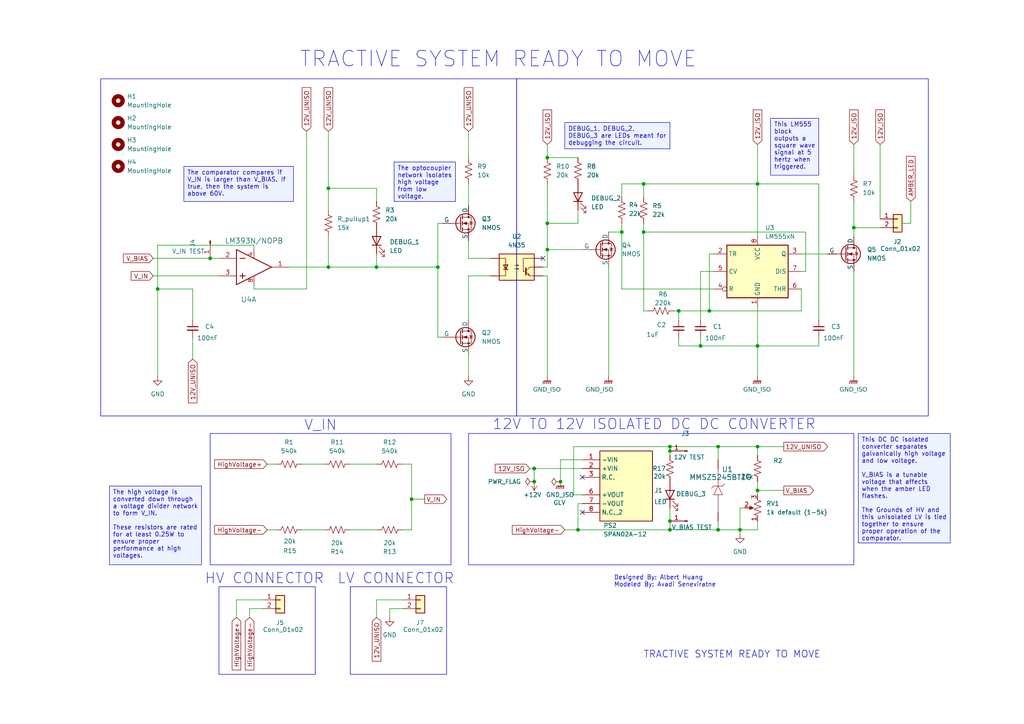
<source format=kicad_sch>
(kicad_sch (version 20250114) (generator "eeschema") (generator_version "9.0")
  (paper "A4")
  (lib_symbols
    (symbol "2025-02-03_19-55-47:LM393N_NOPB" (pin_names (offset 0.254) (hide yes))
      (property "Reference" "U4" (at 3.556 -14.478 0))
      (property "Value" "LM393N/NOPB" (at 5.08 2.54 0))
      (symbol "LM393N_NOPB_1_1"
        (polyline (pts (xy 0 0) (xy 0 -10.16)) (stroke (width 0.254)))
        (polyline (pts (xy 0 0) (xy 10.16 -5.08)) (stroke (width 0.254)))
        (polyline (pts (xy 0 -10.16) (xy 10.16 -5.08)) (stroke (width 0.254)))
        (polyline (pts (xy 1.016 -2.54) (xy 2.54 -2.54)) (stroke (width 0.254)))
        (polyline (pts (xy 1.016 -7.62) (xy 2.54 -7.62)) (stroke (width 0.254)))
        (polyline (pts (xy 1.778 -6.858) (xy 1.778 -8.382)) (stroke (width 0.254)))
        (pin input line (at -5.08 -2.54 0) (length 5.08) (name "IN-") (number "2"))
        (pin input line (at -5.08 -7.62 0) (length 5.08) (name "IN+") (number "3"))
        (pin input line (at 5.08 0 270) (length 2.54) (name "GND") (number "4"))
        (pin input line (at 5.08 -10.16 90) (length 2.54) (name "V+") (number "8"))
        (pin output line (at 15.24 -5.08 180) (length 5.08) (name "OUT") (number "1"))
      )
      (symbol "LM393N_NOPB_1_2"
        (polyline (pts (xy 0 0) (xy 0 -10.16)) (stroke (width 0.254)))
        (polyline (pts (xy 0 0) (xy 10.16 -5.08)) (stroke (width 0.254)))
        (polyline (pts (xy 0 -10.16) (xy 10.16 -5.08)) (stroke (width 0.254)))
        (polyline (pts (xy 1.016 -2.54) (xy 2.54 -2.54)) (stroke (width 0.254)))
        (polyline (pts (xy 1.016 -7.62) (xy 2.54 -7.62)) (stroke (width 0.254)))
        (polyline (pts (xy 1.778 -6.858) (xy 1.778 -8.382)) (stroke (width 0.254)))
        (pin input line (at -5.08 -2.54 0) (length 5.08) (name "IN-") (number "2"))
        (pin input line (at -5.08 -7.62 0) (length 5.08) (name "IN+") (number "3"))
        (pin output line (at 15.24 -5.08 180) (length 5.08) (name "OUT") (number "1"))
      )
      (symbol "LM393N_NOPB_2_1"
        (polyline (pts (xy 0 0) (xy 0 -10.16)) (stroke (width 0.254)))
        (polyline (pts (xy 0 0) (xy 10.16 -5.08)) (stroke (width 0.254)))
        (polyline (pts (xy 0 -10.16) (xy 10.16 -5.08)) (stroke (width 0.254)))
        (polyline (pts (xy 1.016 -2.54) (xy 2.54 -2.54)) (stroke (width 0.254)))
        (polyline (pts (xy 1.016 -7.62) (xy 2.54 -7.62)) (stroke (width 0.254)))
        (polyline (pts (xy 1.778 -6.858) (xy 1.778 -8.382)) (stroke (width 0.254)))
        (polyline (pts (xy 5.08 0) (xy 5.08 -2.54)) (stroke (width 0.254)))
        (polyline (pts (xy 5.08 -7.62) (xy 5.08 -10.16)) (stroke (width 0.254)))
        (pin input line (at -5.08 -2.54 0) (length 5.08) (name "IN-") (number "6"))
        (pin input line (at -5.08 -7.62 0) (length 5.08) (name "IN+") (number "5"))
        (pin output line (at 15.24 -5.08 180) (length 5.08) (name "OUT") (number "7"))
      )
      (symbol "LM393N_NOPB_2_2"
        (polyline (pts (xy 0 0) (xy 0 -10.16)) (stroke (width 0.254)))
        (polyline (pts (xy 0 0) (xy 10.16 -5.08)) (stroke (width 0.254)))
        (polyline (pts (xy 0 -10.16) (xy 10.16 -5.08)) (stroke (width 0.254)))
        (polyline (pts (xy 1.016 -2.54) (xy 2.54 -2.54)) (stroke (width 0.254)))
        (polyline (pts (xy 1.016 -7.62) (xy 2.54 -7.62)) (stroke (width 0.254)))
        (polyline (pts (xy 1.778 -6.858) (xy 1.778 -8.382)) (stroke (width 0.254)))
        (pin input line (at -5.08 -2.54 0) (length 5.08) (name "IN-") (number "6"))
        (pin input line (at -5.08 -7.62 0) (length 5.08) (name "IN+") (number "5"))
        (pin output line (at 15.24 -5.08 180) (length 5.08) (name "OUT") (number "7"))
      )
    )
    (symbol "2025-02-06_09-51-02:MMSZ5245BT1G" (pin_numbers (hide yes)) (pin_names (offset 0.254) (hide yes))
      (property "Reference" "U" (at 8.89 5.08 0))
      (property "Value" "MMSZ5245BT1G" (at 0 0 0))
      (symbol "MMSZ5245BT1G_0_1"
        (polyline (pts (xy 2.54 0) (xy 7.62 0)) (stroke (width 0.127)))
        (polyline (pts (xy 7.62 1.27) (xy 6.985 1.905)) (stroke (width 0.127)))
        (polyline (pts (xy 7.62 -1.27) (xy 7.62 1.27)) (stroke (width 0.127)))
        (polyline (pts (xy 7.62 -1.27) (xy 8.255 -1.905)) (stroke (width 0.127)))
        (polyline (pts (xy 10.16 1.27) (xy 7.62 0)) (stroke (width 0.127)))
        (polyline (pts (xy 10.16 -1.27) (xy 7.62 0)) (stroke (width 0.127)))
        (polyline (pts (xy 10.16 -1.27) (xy 10.16 1.27)) (stroke (width 0.127)))
        (polyline (pts (xy 15.24 0) (xy 10.16 0)) (stroke (width 0.127)))
        (pin unspecified line (at 0 0 0) (length 2.54) (name "CATHODE") (number "1"))
        (pin unspecified line (at 17.78 0 180) (length 2.54) (name "ANODE") (number "2"))
      )
    )
    (symbol "Connector:Conn_01x01_Pin" (pin_names (offset 1.016) (hide yes))
      (property "Reference" "J" (at 0 2.54 0))
      (property "Value" "Conn_01x01_Pin" (at 0 -2.54 0))
      (symbol "Conn_01x01_Pin_1_1"
        (rectangle (start 0.8636 0.127) (end 0 -0.127) (stroke (width 0.1524)) (fill (type outline)))
        (polyline (pts (xy 1.27 0) (xy 0.8636 0)) (stroke (width 0.1524)))
        (pin passive line (at 5.08 0 180) (length 3.81) (name "Pin_1") (number "1"))
      )
    )
    (symbol "Connector_Generic:Conn_01x02" (pin_names (offset 1.016) (hide yes))
      (property "Reference" "J" (at 0 2.54 0))
      (property "Value" "Conn_01x02" (at 0 -5.08 0))
      (symbol "Conn_01x02_1_1"
        (rectangle (start -1.27 1.27) (end 1.27 -3.81) (stroke (width 0.254)) (fill (type background)))
        (rectangle (start -1.27 0.127) (end 0 -0.127) (stroke (width 0.1524)))
        (rectangle (start -1.27 -2.413) (end 0 -2.667) (stroke (width 0.1524)))
        (pin passive line (at -5.08 0 0) (length 3.81) (name "Pin_1") (number "1"))
        (pin passive line (at -5.08 -2.54 0) (length 3.81) (name "Pin_2") (number "2"))
      )
    )
    (symbol "Device:C_Small" (pin_numbers (hide yes)) (pin_names (offset 0.254) (hide yes))
      (property "Reference" "C" (at 0.254 1.778 0))
      (property "Value" "C_Small" (at 0.254 -2.032 0))
      (symbol "C_Small_0_1"
        (polyline (pts (xy -1.524 0.508) (xy 1.524 0.508)) (stroke (width 0.3048)))
        (polyline (pts (xy -1.524 -0.508) (xy 1.524 -0.508)) (stroke (width 0.3302)))
      )
      (symbol "C_Small_1_1"
        (pin passive line (at 0 2.54 270) (length 2.032) (name "~") (number "1"))
        (pin passive line (at 0 -2.54 90) (length 2.032) (name "~") (number "2"))
      )
    )
    (symbol "Device:LED" (pin_numbers (hide yes)) (pin_names (offset 1.016) (hide yes))
      (property "Reference" "D" (at 0 2.54 0))
      (property "Value" "LED" (at 0 -2.54 0))
      (symbol "LED_0_1"
        (polyline (pts (xy -3.048 -0.762) (xy -4.572 -2.286) (xy -3.81 -2.286) (xy -4.572 -2.286) (xy -4.572 -1.524)))
        (polyline (pts (xy -1.778 -0.762) (xy -3.302 -2.286) (xy -2.54 -2.286) (xy -3.302 -2.286) (xy -3.302 -1.524)))
        (polyline (pts (xy -1.27 0) (xy 1.27 0)))
        (polyline (pts (xy -1.27 -1.27) (xy -1.27 1.27)) (stroke (width 0.254)))
        (polyline (pts (xy 1.27 -1.27) (xy 1.27 1.27) (xy -1.27 0) (xy 1.27 -1.27)) (stroke (width 0.254)))
      )
      (symbol "LED_1_1"
        (pin passive line (at -3.81 0 0) (length 2.54) (name "K") (number "1"))
        (pin passive line (at 3.81 0 180) (length 2.54) (name "A") (number "2"))
      )
    )
    (symbol "Device:R_Potentiometer_US" (pin_names (offset 1.016) (hide yes))
      (property "Reference" "RV" (at -4.445 0 90))
      (property "Value" "R_Potentiometer_US" (at -2.54 0 90))
      (symbol "R_Potentiometer_US_0_1"
        (polyline (pts (xy 0 2.54) (xy 0 2.286)))
        (polyline (pts (xy 0 2.286) (xy 1.016 1.905) (xy 0 1.524) (xy -1.016 1.143) (xy 0 0.762)))
        (polyline (pts (xy 0 0.762) (xy 1.016 0.381) (xy 0 0) (xy -1.016 -0.381) (xy 0 -0.762)))
        (polyline (pts (xy 0 -0.762) (xy 1.016 -1.143) (xy 0 -1.524) (xy -1.016 -1.905) (xy 0 -2.286)))
        (polyline (pts (xy 0 -2.286) (xy 0 -2.54)))
        (polyline (pts (xy 1.143 0) (xy 2.286 0.508) (xy 2.286 -0.508) (xy 1.143 0)) (fill (type outline)))
        (polyline (pts (xy 2.54 0) (xy 1.524 0)))
      )
      (symbol "R_Potentiometer_US_1_1"
        (pin passive line (at 0 3.81 270) (length 1.27) (name "1") (number "1"))
        (pin passive line (at 0 -3.81 90) (length 1.27) (name "3") (number "3"))
        (pin passive line (at 3.81 0 180) (length 1.27) (name "2") (number "2"))
      )
    )
    (symbol "Device:R_US" (pin_numbers (hide yes)) (pin_names (offset 0))
      (property "Reference" "R" (at 2.54 0 90))
      (property "Value" "R_US" (at -2.54 0 90))
      (symbol "R_US_0_1"
        (polyline (pts (xy 0 2.286) (xy 0 2.54)))
        (polyline (pts (xy 0 2.286) (xy 1.016 1.905) (xy 0 1.524) (xy -1.016 1.143) (xy 0 0.762)))
        (polyline (pts (xy 0 0.762) (xy 1.016 0.381) (xy 0 0) (xy -1.016 -0.381) (xy 0 -0.762)))
        (polyline (pts (xy 0 -0.762) (xy 1.016 -1.143) (xy 0 -1.524) (xy -1.016 -1.905) (xy 0 -2.286)))
        (polyline (pts (xy 0 -2.286) (xy 0 -2.54)))
      )
      (symbol "R_US_1_1"
        (pin passive line (at 0 3.81 270) (length 1.27) (name "~") (number "1"))
        (pin passive line (at 0 -3.81 90) (length 1.27) (name "~") (number "2"))
      )
    )
    (symbol "Isolator:4N35" (pin_numbers (hide yes)) (pin_names (offset 1.016))
      (property "Reference" "U" (at -5.08 5.08 0))
      (property "Value" "4N35" (at 0 5.08 0))
      (symbol "4N35_0_1"
        (rectangle (start -5.08 3.81) (end 5.08 -3.81) (stroke (width 0.254)) (fill (type background)))
        (polyline (pts (xy -5.08 -2.54) (xy -3.175 -2.54) (xy -3.175 2.54) (xy -5.08 2.54)))
        (polyline (pts (xy -3.81 -0.635) (xy -2.54 -0.635)) (stroke (width 0.254)))
        (polyline (pts (xy -3.175 -0.635) (xy -3.81 0.635) (xy -2.54 0.635) (xy -3.175 -0.635)) (stroke (width 0.254)))
        (polyline (pts (xy -0.635 0.508) (xy 0.635 0.508) (xy 0.254 0.381) (xy 0.254 0.635) (xy 0.635 0.508)))
        (polyline (pts (xy -0.635 -0.508) (xy 0.635 -0.508) (xy 0.254 -0.635) (xy 0.254 -0.381) (xy 0.635 -0.508)))
        (polyline (pts (xy 2.667 -0.254) (xy 2.667 -2.286) (xy 2.667 -2.286)) (stroke (width 0.3556)))
        (polyline (pts (xy 2.667 -1.143) (xy 3.81 0)))
        (polyline (pts (xy 2.667 -1.397) (xy 3.81 -2.54)))
        (polyline (pts (xy 3.683 -2.413) (xy 3.429 -1.905) (xy 3.175 -2.159) (xy 3.683 -2.413)))
        (polyline (pts (xy 3.81 0) (xy 5.08 0)))
        (polyline (pts (xy 3.81 -2.54) (xy 5.08 -2.54)))
        (polyline (pts (xy 5.08 2.54) (xy 1.905 2.54) (xy 1.905 -1.27) (xy 2.54 -1.27)))
      )
      (symbol "4N35_1_1"
        (pin passive line (at -7.62 2.54 0) (length 2.54) (name "~") (number "1"))
        (pin passive line (at -7.62 -2.54 0) (length 2.54) (name "~") (number "2"))
        (pin no_connect line (at -5.08 0 0) (length 2.54) (hide yes) (name "NC") (number "3"))
        (pin passive line (at 7.62 2.54 180) (length 2.54) (name "~") (number "6"))
        (pin passive line (at 7.62 0 180) (length 2.54) (name "~") (number "5"))
        (pin passive line (at 7.62 -2.54 180) (length 2.54) (name "~") (number "4"))
      )
    )
    (symbol "Mechanical:MountingHole" (pin_names (offset 1.016)) (exclude_from_sim yes) (in_bom no)
      (property "Reference" "H" (at 0 5.08 0))
      (property "Value" "MountingHole" (at 0 3.175 0))
      (symbol "MountingHole_0_1"
        (circle (center 0 0) (radius 1.27) (stroke (width 1.27)))
      )
    )
    (symbol "SPAN02A-12:SPAN02A-12"
      (property "Reference" "PS2" (at 6.096 -19.05 0))
      (property "Value" "SPAN02A-12" (at 6.096 -21.59 0))
      (symbol "SPAN02A-12_1_1"
        (rectangle (start 5.08 2.54) (end 20.32 -17.78) (stroke (width 0.254)) (fill (type background)))
        (pin passive line (at 0 0 0) (length 5.08) (name "-VIN") (number "1"))
        (pin passive line (at 0 -2.54 0) (length 5.08) (name "+VIN") (number "2"))
        (pin passive line (at 0 -5.08 0) (length 5.08) (name "R.C.") (number "3"))
        (pin passive line (at 0 -10.16 0) (length 5.08) (name "+VOUT") (number "6"))
        (pin passive line (at 0 -12.7 0) (length 5.08) (name "-VOUT") (number "7"))
        (pin passive line (at 0 -15.24 0) (length 5.08) (name "N.C._2") (number "8"))
      )
    )
    (symbol "Simulation_SPICE:NMOS" (pin_numbers (hide yes)) (pin_names (offset 0))
      (property "Reference" "Q" (at 5.08 1.27 0))
      (property "Value" "NMOS" (at 5.08 -1.27 0))
      (symbol "NMOS_0_1"
        (polyline (pts (xy 0.254 1.905) (xy 0.254 -1.905)) (stroke (width 0.254)))
        (polyline (pts (xy 0.254 0) (xy -2.54 0)))
        (polyline (pts (xy 0.762 2.286) (xy 0.762 1.27)) (stroke (width 0.254)))
        (polyline (pts (xy 0.762 0.508) (xy 0.762 -0.508)) (stroke (width 0.254)))
        (polyline (pts (xy 0.762 -1.27) (xy 0.762 -2.286)) (stroke (width 0.254)))
        (polyline (pts (xy 0.762 -1.778) (xy 3.302 -1.778) (xy 3.302 1.778) (xy 0.762 1.778)))
        (polyline (pts (xy 1.016 0) (xy 2.032 0.381) (xy 2.032 -0.381) (xy 1.016 0)) (fill (type outline)))
        (circle (center 1.651 0) (radius 2.794) (stroke (width 0.254)))
        (polyline (pts (xy 2.54 2.54) (xy 2.54 1.778)))
        (circle (center 2.54 1.778) (radius 0.254) (fill (type outline)))
        (circle (center 2.54 -1.778) (radius 0.254) (fill (type outline)))
        (polyline (pts (xy 2.54 -2.54) (xy 2.54 0) (xy 0.762 0)))
        (polyline (pts (xy 2.794 0.508) (xy 2.921 0.381) (xy 3.683 0.381) (xy 3.81 0.254)))
        (polyline (pts (xy 3.302 0.381) (xy 2.921 -0.254) (xy 3.683 -0.254) (xy 3.302 0.381)))
      )
      (symbol "NMOS_1_1"
        (pin input line (at -5.08 0 0) (length 2.54) (name "G") (number "2"))
        (pin passive line (at 2.54 5.08 270) (length 2.54) (name "D") (number "1"))
        (pin passive line (at 2.54 -5.08 90) (length 2.54) (name "S") (number "3"))
      )
    )
    (symbol "Timer:LM555xN"
      (property "Reference" "U" (at -10.16 8.89 0))
      (property "Value" "LM555xN" (at 2.54 8.89 0))
      (symbol "LM555xN_0_0"
        (pin power_in line (at 0 10.16 270) (length 2.54) (name "VCC") (number "8"))
        (pin power_in line (at 0 -10.16 90) (length 2.54) (name "GND") (number "1"))
      )
      (symbol "LM555xN_0_1"
        (rectangle (start -8.89 -7.62) (end 8.89 7.62) (stroke (width 0.254)) (fill (type background)))
        (rectangle (start -8.89 -7.62) (end 8.89 7.62) (stroke (width 0.254)) (fill (type background)))
      )
      (symbol "LM555xN_1_1"
        (pin input line (at -12.7 5.08 0) (length 3.81) (name "TR") (number "2"))
        (pin input line (at -12.7 0 0) (length 3.81) (name "CV") (number "5"))
        (pin input inverted (at -12.7 -5.08 0) (length 3.81) (name "R") (number "4"))
        (pin output line (at 12.7 5.08 180) (length 3.81) (name "Q") (number "3"))
        (pin input line (at 12.7 0 180) (length 3.81) (name "DIS") (number "7"))
        (pin input line (at 12.7 -5.08 180) (length 3.81) (name "THR") (number "6"))
      )
    )
    (symbol "power:+12V" (power) (pin_numbers (hide yes)) (pin_names (offset 0) (hide yes))
      (property "Value" "+12V" (at 0 3.556 0))
      (symbol "+12V_0_1"
        (polyline (pts (xy -0.762 1.27) (xy 0 2.54)))
        (polyline (pts (xy 0 2.54) (xy 0.762 1.27)))
        (polyline (pts (xy 0 0) (xy 0 2.54)))
      )
      (symbol "+12V_1_1"
        (pin power_in line (at 0 0 90) (length 0) (name "~") (number "1"))
      )
    )
    (symbol "power:GND" (power) (pin_numbers (hide yes)) (pin_names (offset 0) (hide yes))
      (property "Value" "GND" (at 0 -3.81 0))
      (symbol "GND_0_1"
        (polyline (pts (xy 0 0) (xy 0 -1.27) (xy 1.27 -1.27) (xy 0 -2.54) (xy -1.27 -1.27) (xy 0 -1.27)))
      )
      (symbol "GND_1_1"
        (pin power_in line (at 0 0 270) (length 0) (name "~") (number "1"))
      )
    )
    (symbol "power:GNDPWR" (power) (pin_numbers (hide yes)) (pin_names (offset 0) (hide yes))
      (property "Value" "GNDPWR" (at 0 -3.302 0))
      (symbol "GNDPWR_0_1"
        (polyline (pts (xy -1.016 -1.27) (xy -1.27 -2.032) (xy -1.27 -2.032)) (stroke (width 0.2032)))
        (polyline (pts (xy -0.508 -1.27) (xy -0.762 -2.032) (xy -0.762 -2.032)) (stroke (width 0.2032)))
        (polyline (pts (xy 0 -1.27) (xy 0 0)))
        (polyline (pts (xy 0 -1.27) (xy -0.254 -2.032) (xy -0.254 -2.032)) (stroke (width 0.2032)))
        (polyline (pts (xy 0.508 -1.27) (xy 0.254 -2.032) (xy 0.254 -2.032)) (stroke (width 0.2032)))
        (polyline (pts (xy 1.016 -1.27) (xy -1.016 -1.27) (xy -1.016 -1.27)) (stroke (width 0.2032)))
        (polyline (pts (xy 1.016 -1.27) (xy 0.762 -2.032) (xy 0.762 -2.032) (xy 0.762 -2.032)) (stroke (width 0.2032)))
      )
      (symbol "GNDPWR_1_1"
        (pin power_in line (at 0 0 270) (length 0) (name "~") (number "1"))
      )
    )
    (symbol "power:PWR_FLAG" (power) (pin_numbers (hide yes)) (pin_names (offset 0) (hide yes))
      (property "Value" "PWR_FLAG" (at 0 3.81 0))
      (symbol "PWR_FLAG_0_0"
        (pin power_out line (at 0 0 90) (length 0) (name "~") (number "1"))
      )
      (symbol "PWR_FLAG_0_1"
        (polyline (pts (xy 0 0) (xy 0 1.27) (xy -1.016 1.905) (xy 0 2.54) (xy 1.016 1.905) (xy 0 1.27)))
      )
    )
  )
  (rectangle (start 135.89 125.73) (end 247.65 163.83))
  (rectangle (start 63.5 170.18) (end 91.44 195.58))
  (rectangle (start 29.21 22.86) (end 269.24 120.65))
  (rectangle (start 101.6 170.18) (end 129.54 195.58))
  (rectangle (start 60.96 125.73) (end 130.81 163.83))
  (text "12V TO 12V ISOLATED DC DC CONVERTER" (at 189.738 123.19 0) (effects (font (size 3 3))))
  (text "V_IN\n" (at 92.964 123.444 0) (effects (font (size 3 3))))
  (text "TRACTIVE SYSTEM READY TO MOVE\n\n" (at 212.344 191.516 0) (effects (font (size 2 2))))
  (text "LV CONNECTOR" (at 114.808 167.894 0) (effects (font (size 3 3))))
  (text "TRACTIVE SYSTEM READY TO MOVE" (at 144.526 17.272 0) (effects (font (size 4.5 4.5))))
  (text "Designed By: Albert Huang\nModeled By: Avadi Seneviratne" (at 178.054 168.656 0) (effects (font (size 1.27 1.27)) (justify left)))
  (text "HV CONNECTOR" (at 76.708 167.894 0) (effects (font (size 3 3))))
  (text_box "This DC DC isolated converter separates galvanically high voltage and low voltage.\n\nV_BIAS is a tunable voltage that affects when the amber LED flashes.\n\nThe Grounds of HV and this unisolated LV is tied together to ensure proper operation of the comparator." (at 248.92 125.73 0) (size 26.67 31.75) (margins 0.9525 0.9525 0.9525 0.9525) (fill (type color) (color 239 242 255 1)) (effects (font (size 1.27 1.27)) (justify left top)))
  (text_box "The comparator compares if V_IN is larger than V_BIAS. If true, then the system is above 60V." (at 53.34 48.26 0) (size 31.75 10.16) (margins 0.9525 0.9525 0.9525 0.9525) (fill (type color) (color 239 242 255 1)) (effects (font (size 1.27 1.27)) (justify left top)))
  (text_box "The high voltage is converted down through a voltage divider network to form V_IN. \n\nThese resistors are rated for at least 0.25W to ensure proper performance at high voltages." (at 31.75 140.97 0) (size 26.67 22.86) (margins 0.9525 0.9525 0.9525 0.9525) (fill (type color) (color 239 242 255 1)) (effects (font (size 1.27 1.27)) (justify left top)))
  (text_box "This LM555 block outputs a square wave signal at 5 hertz when triggered." (at 223.52 34.29 0) (size 13.97 16.51) (margins 0.9525 0.9525 0.9525 0.9525) (fill (type color) (color 239 242 255 1)) (effects (font (size 1.27 1.27)) (justify left top)))
  (text_box "DEBUG_1, DEBUG_2, DEBUG_3 are LEDs meant for debugging the circuit.\n" (at 163.83 35.56 0) (size 30.48 7.62) (margins 0.9525 0.9525 0.9525 0.9525) (fill (type color) (color 239 242 255 1)) (effects (font (size 1.27 1.27)) (justify left top)))
  (text_box "The optocoupler network isolates high voltage from low voltage." (at 114.3 46.99 0) (size 17.78 11.43) (margins 0.9525 0.9525 0.9525 0.9525) (fill (type color) (color 239 242 255 1)) (effects (font (size 1.27 1.27)) (justify left top)))
  (junction (at 95.25 77.47))
  (junction (at 154.94 135.89))
  (junction (at 158.75 64.77))
  (junction (at 196.85 90.17))
  (junction (at 194.31 153.67))
  (junction (at 60.96 74.93))
  (junction (at 219.71 129.54))
  (junction (at 95.25 54.61))
  (junction (at 208.28 153.67))
  (junction (at 247.65 66.04))
  (junction (at 205.74 90.17))
  (junction (at 167.64 153.67))
  (junction (at 127 77.47))
  (junction (at 203.2 100.33))
  (junction (at 186.69 53.34))
  (junction (at 194.31 130.81))
  (junction (at 186.69 67.31))
  (junction (at 219.71 100.33))
  (junction (at 158.75 45.72))
  (junction (at 194.31 151.13))
  (junction (at 158.75 72.39))
  (junction (at 214.63 153.67))
  (junction (at 162.56 139.7))
  (junction (at 180.34 67.31))
  (junction (at 109.22 77.47))
  (junction (at 208.28 129.54))
  (junction (at 45.72 83.82))
  (junction (at 154.94 139.7))
  (junction (at 219.71 53.34))
  (junction (at 219.71 142.24))
  (junction (at 194.31 129.54))
  (junction (at 119.38 144.78))
  (no_connect (at 168.91 148.59))
  (no_connect (at 168.91 138.43))
  (no_connect (at 157.48 74.93))
  (wire (pts (xy 83.82 77.47) (xy 95.25 77.47)))
  (wire (pts (xy 207.01 73.66) (xy 205.74 73.66)))
  (wire (pts (xy 214.63 147.32) (xy 214.63 153.67)))
  (wire (pts (xy 219.71 129.54) (xy 227.33 129.54)))
  (wire (pts (xy 157.48 77.47) (xy 158.75 77.47)))
  (wire (pts (xy 135.89 53.34) (xy 135.89 59.69)))
  (wire (pts (xy 109.22 73.66) (xy 109.22 77.47)))
  (wire (pts (xy 80.01 153.67) (xy 77.47 153.67)))
  (wire (pts (xy 88.9 83.82) (xy 88.9 38.1)))
  (wire (pts (xy 45.72 71.12) (xy 45.72 83.82)))
  (wire (pts (xy 203.2 97.79) (xy 203.2 100.33)))
  (wire (pts (xy 135.89 80.01) (xy 135.89 92.71)))
  (polyline (pts (xy 149.86 22.86) (xy 149.86 120.65)))
  (wire (pts (xy 219.71 53.34) (xy 219.71 68.58)))
  (wire (pts (xy 205.74 73.66) (xy 205.74 90.17)))
  (wire (pts (xy 180.34 67.31) (xy 180.34 83.82)))
  (wire (pts (xy 73.66 71.12) (xy 73.66 72.39)))
  (wire (pts (xy 128.27 64.77) (xy 127 64.77)))
  (wire (pts (xy 119.38 144.78) (xy 123.19 144.78)))
  (wire (pts (xy 68.58 179.07) (xy 68.58 173.99)))
  (wire (pts (xy 237.49 53.34) (xy 219.71 53.34)))
  (wire (pts (xy 167.64 146.05) (xy 167.64 153.67)))
  (wire (pts (xy 109.22 77.47) (xy 127 77.47)))
  (wire (pts (xy 158.75 64.77) (xy 167.64 64.77)))
  (wire (pts (xy 101.6 134.62) (xy 109.22 134.62)))
  (wire (pts (xy 72.39 179.07) (xy 72.39 176.53)))
  (wire (pts (xy 208.28 153.67) (xy 214.63 153.67)))
  (wire (pts (xy 73.66 71.12) (xy 45.72 71.12)))
  (wire (pts (xy 158.75 64.77) (xy 158.75 72.39)))
  (wire (pts (xy 196.85 100.33) (xy 196.85 97.79)))
  (wire (pts (xy 219.71 142.24) (xy 219.71 143.51)))
  (wire (pts (xy 219.71 129.54) (xy 219.71 132.08)))
  (wire (pts (xy 166.37 143.51) (xy 166.37 129.54)))
  (wire (pts (xy 154.94 135.89) (xy 154.94 139.7)))
  (wire (pts (xy 194.31 153.67) (xy 208.28 153.67)))
  (wire (pts (xy 208.28 151.13) (xy 208.28 153.67)))
  (wire (pts (xy 162.56 133.35) (xy 162.56 139.7)))
  (wire (pts (xy 142.24 80.01) (xy 135.89 80.01)))
  (wire (pts (xy 116.84 134.62) (xy 119.38 134.62)))
  (wire (pts (xy 186.69 53.34) (xy 186.69 57.15)))
  (wire (pts (xy 93.98 153.67) (xy 87.63 153.67)))
  (wire (pts (xy 203.2 100.33) (xy 219.71 100.33)))
  (wire (pts (xy 255.27 41.91) (xy 255.27 63.5)))
  (wire (pts (xy 233.68 78.74) (xy 233.68 67.31)))
  (wire (pts (xy 168.91 143.51) (xy 166.37 143.51)))
  (wire (pts (xy 207.01 78.74) (xy 203.2 78.74)))
  (wire (pts (xy 180.34 53.34) (xy 186.69 53.34)))
  (wire (pts (xy 158.75 80.01) (xy 158.75 109.22)))
  (wire (pts (xy 219.71 151.13) (xy 219.71 153.67)))
  (wire (pts (xy 167.64 60.96) (xy 167.64 64.77)))
  (wire (pts (xy 247.65 41.91) (xy 247.65 50.8)))
  (wire (pts (xy 194.31 129.54) (xy 194.31 130.81)))
  (wire (pts (xy 232.41 83.82) (xy 232.41 90.17)))
  (wire (pts (xy 237.49 92.71) (xy 237.49 53.34)))
  (wire (pts (xy 195.58 90.17) (xy 196.85 90.17)))
  (wire (pts (xy 180.34 83.82) (xy 207.01 83.82)))
  (wire (pts (xy 158.75 72.39) (xy 158.75 77.47)))
  (wire (pts (xy 176.53 67.31) (xy 180.34 67.31)))
  (wire (pts (xy 77.47 134.62) (xy 80.01 134.62)))
  (wire (pts (xy 186.69 90.17) (xy 187.96 90.17)))
  (wire (pts (xy 219.71 100.33) (xy 219.71 109.22)))
  (wire (pts (xy 154.94 135.89) (xy 168.91 135.89)))
  (wire (pts (xy 219.71 53.34) (xy 186.69 53.34)))
  (wire (pts (xy 247.65 58.42) (xy 247.65 66.04)))
  (wire (pts (xy 158.75 45.72) (xy 167.64 45.72)))
  (wire (pts (xy 157.48 80.01) (xy 158.75 80.01)))
  (polyline (pts (xy 149.86 22.86) (xy 149.86 120.65)))
  (wire (pts (xy 194.31 151.13) (xy 194.31 153.67)))
  (wire (pts (xy 87.63 134.62) (xy 93.98 134.62)))
  (wire (pts (xy 95.25 54.61) (xy 95.25 60.96)))
  (wire (pts (xy 247.65 78.74) (xy 247.65 109.22)))
  (wire (pts (xy 135.89 69.85) (xy 135.89 74.93)))
  (wire (pts (xy 219.71 41.91) (xy 219.71 53.34)))
  (wire (pts (xy 163.83 153.67) (xy 167.64 153.67)))
  (wire (pts (xy 205.74 90.17) (xy 232.41 90.17)))
  (wire (pts (xy 166.37 129.54) (xy 194.31 129.54)))
  (wire (pts (xy 162.56 133.35) (xy 168.91 133.35)))
  (wire (pts (xy 158.75 53.34) (xy 158.75 64.77)))
  (wire (pts (xy 109.22 179.07) (xy 109.22 173.99)))
  (wire (pts (xy 168.91 146.05) (xy 167.64 146.05)))
  (wire (pts (xy 68.58 173.99) (xy 76.2 173.99)))
  (wire (pts (xy 101.6 153.67) (xy 109.22 153.67)))
  (wire (pts (xy 135.89 102.87) (xy 135.89 109.22)))
  (wire (pts (xy 203.2 78.74) (xy 203.2 92.71)))
  (wire (pts (xy 237.49 100.33) (xy 237.49 97.79)))
  (wire (pts (xy 73.66 82.55) (xy 73.66 83.82)))
  (wire (pts (xy 158.75 41.91) (xy 158.75 45.72)))
  (wire (pts (xy 180.34 64.77) (xy 180.34 67.31)))
  (wire (pts (xy 186.69 67.31) (xy 186.69 64.77)))
  (wire (pts (xy 219.71 153.67) (xy 214.63 153.67)))
  (wire (pts (xy 113.03 179.07) (xy 113.03 176.53)))
  (wire (pts (xy 208.28 129.54) (xy 208.28 133.35)))
  (wire (pts (xy 167.64 153.67) (xy 194.31 153.67)))
  (wire (pts (xy 219.71 100.33) (xy 237.49 100.33)))
  (wire (pts (xy 196.85 90.17) (xy 205.74 90.17)))
  (wire (pts (xy 55.88 97.79) (xy 55.88 104.14)))
  (wire (pts (xy 95.25 38.1) (xy 95.25 54.61)))
  (wire (pts (xy 73.66 83.82) (xy 88.9 83.82)))
  (wire (pts (xy 135.89 38.1) (xy 135.89 45.72)))
  (wire (pts (xy 45.72 83.82) (xy 55.88 83.82)))
  (wire (pts (xy 127 77.47) (xy 127 97.79)))
  (wire (pts (xy 194.31 147.32) (xy 194.31 151.13)))
  (wire (pts (xy 247.65 66.04) (xy 247.65 68.58)))
  (wire (pts (xy 180.34 57.15) (xy 180.34 53.34)))
  (wire (pts (xy 261.62 64.77) (xy 264.16 64.77)))
  (wire (pts (xy 153.67 135.89) (xy 154.94 135.89)))
  (wire (pts (xy 119.38 144.78) (xy 119.38 153.67)))
  (wire (pts (xy 247.65 66.04) (xy 255.27 66.04)))
  (wire (pts (xy 119.38 153.67) (xy 116.84 153.67)))
  (wire (pts (xy 194.31 130.81) (xy 194.31 132.08)))
  (wire (pts (xy 128.27 97.79) (xy 127 97.79)))
  (wire (pts (xy 95.25 77.47) (xy 109.22 77.47)))
  (wire (pts (xy 135.89 74.93) (xy 142.24 74.93)))
  (wire (pts (xy 45.72 83.82) (xy 45.72 109.22)))
  (wire (pts (xy 232.41 73.66) (xy 240.03 73.66)))
  (wire (pts (xy 186.69 67.31) (xy 186.69 90.17)))
  (wire (pts (xy 109.22 58.42) (xy 109.22 54.61)))
  (wire (pts (xy 158.75 72.39) (xy 168.91 72.39)))
  (wire (pts (xy 196.85 92.71) (xy 196.85 90.17)))
  (wire (pts (xy 60.96 74.93) (xy 63.5 74.93)))
  (wire (pts (xy 176.53 77.47) (xy 176.53 109.22)))
  (wire (pts (xy 186.69 67.31) (xy 233.68 67.31)))
  (wire (pts (xy 119.38 134.62) (xy 119.38 144.78)))
  (wire (pts (xy 95.25 68.58) (xy 95.25 77.47)))
  (wire (pts (xy 215.9 147.32) (xy 214.63 147.32)))
  (wire (pts (xy 208.28 129.54) (xy 219.71 129.54)))
  (wire (pts (xy 264.16 64.77) (xy 264.16 58.42)))
  (wire (pts (xy 95.25 54.61) (xy 109.22 54.61)))
  (wire (pts (xy 196.85 100.33) (xy 203.2 100.33)))
  (wire (pts (xy 72.39 176.53) (xy 76.2 176.53)))
  (wire (pts (xy 232.41 78.74) (xy 233.68 78.74)))
  (wire (pts (xy 219.71 88.9) (xy 219.71 100.33)))
  (wire (pts (xy 44.45 74.93) (xy 60.96 74.93)))
  (wire (pts (xy 194.31 129.54) (xy 208.28 129.54)))
  (wire (pts (xy 127 64.77) (xy 127 77.47)))
  (wire (pts (xy 109.22 173.99) (xy 116.84 173.99)))
  (wire (pts (xy 44.45 80.01) (xy 63.5 80.01)))
  (wire (pts (xy 219.71 139.7) (xy 219.71 142.24)))
  (wire (pts (xy 113.03 176.53) (xy 116.84 176.53)))
  (wire (pts (xy 55.88 83.82) (xy 55.88 92.71)))
  (wire (pts (xy 219.71 142.24) (xy 227.33 142.24)))
  (wire (pts (xy 214.63 153.67) (xy 214.63 154.94)))
  (global_label "12V_ISO" (shape input) (at 247.65 41.91 90) (property "Intersheetrefs" "${INTERSHEET_REFS}" (effects (hide yes))))
  (global_label "12V_UNISO" (shape input) (at 88.9 38.1 90) (property "Intersheetrefs" "${INTERSHEET_REFS}" (effects (hide yes))))
  (global_label "12V_ISO" (shape input) (at 153.67 135.89 180) (property "Intersheetrefs" "${INTERSHEET_REFS}" (effects (hide yes))))
  (global_label "12V_ISO" (shape input) (at 219.71 41.91 90) (property "Intersheetrefs" "${INTERSHEET_REFS}" (effects (hide yes))))
  (global_label "12V_UNISO" (shape input) (at 135.89 38.1 90) (property "Intersheetrefs" "${INTERSHEET_REFS}" (effects (hide yes))))
  (global_label "HighVoltage+" (shape input) (at 68.58 179.07 270) (property "Intersheetrefs" "${INTERSHEET_REFS}" (effects (hide yes))))
  (global_label "12V_UNISO" (shape input) (at 95.25 38.1 90) (property "Intersheetrefs" "${INTERSHEET_REFS}" (effects (hide yes))))
  (global_label "12V_UNISO" (shape output) (at 227.33 129.54 0) (property "Intersheetrefs" "${INTERSHEET_REFS}" (effects (hide yes))))
  (global_label "12V_UNISO" (shape input) (at 55.88 104.14 270) (property "Intersheetrefs" "${INTERSHEET_REFS}" (effects (hide yes))))
  (global_label "12V_ISO" (shape input) (at 158.75 41.91 90) (property "Intersheetrefs" "${INTERSHEET_REFS}" (effects (hide yes))))
  (global_label "V_IN" (shape output) (at 123.19 144.78 0) (property "Intersheetrefs" "${INTERSHEET_REFS}" (effects (hide yes))))
  (global_label "AMBER_LED" (shape input) (at 264.16 58.42 90) (property "Intersheetrefs" "${INTERSHEET_REFS}" (effects (hide yes))))
  (global_label "HighVoltage-" (shape input) (at 163.83 153.67 180) (property "Intersheetrefs" "${INTERSHEET_REFS}" (effects (hide yes))))
  (global_label "HighVoltage+" (shape input) (at 77.47 134.62 180) (property "Intersheetrefs" "${INTERSHEET_REFS}" (effects (hide yes))))
  (global_label "12V_UNISO" (shape input) (at 109.22 179.07 270) (property "Intersheetrefs" "${INTERSHEET_REFS}" (effects (hide yes))))
  (global_label "V_BIAS" (shape input) (at 44.45 74.93 180) (property "Intersheetrefs" "${INTERSHEET_REFS}" (effects (hide yes))))
  (global_label "HighVoltage-" (shape input) (at 72.39 179.07 270) (property "Intersheetrefs" "${INTERSHEET_REFS}" (effects (hide yes))))
  (global_label "V_BIAS" (shape output) (at 227.33 142.24 0) (property "Intersheetrefs" "${INTERSHEET_REFS}" (effects (hide yes))))
  (global_label "HighVoltage-" (shape input) (at 77.47 153.67 180) (property "Intersheetrefs" "${INTERSHEET_REFS}" (effects (hide yes))))
  (global_label "12V_ISO" (shape input) (at 255.27 41.91 90) (property "Intersheetrefs" "${INTERSHEET_REFS}" (effects (hide yes))))
  (global_label "V_IN" (shape input) (at 44.45 80.01 180) (property "Intersheetrefs" "${INTERSHEET_REFS}" (effects (hide yes))))
  (symbol (lib_id "Device:C_Small") (at 55.88 95.25 0) (unit 1)
    (property "Reference" "C4" (at 59.436 94.742 0) (effects (justify left)))
    (property "Value" "100nF" (at 57.15 98.044 0) (effects (justify left)))
    (property "Footprint" "Capacitor_SMD:C_0805_2012Metric" (effects (hide yes)))
    (property "Description" "Unpolarized capacitor, small symbol" (effects (hide yes)))
  )
  (symbol (lib_id "Device:LED") (at 109.22 69.85 90) (unit 1)
    (property "Reference" "DEBUG_1" (at 113.03 70.1674 90) (effects (justify right)))
    (property "Value" "LED" (at 113.03 72.7074 90) (effects (justify right)))
    (property "Footprint" "LED_THT:LED_D5.0mm" (effects (hide yes)))
    (property "Description" "Light emitting diode" (effects (hide yes)))
  )
  (symbol (lib_id "Device:R_US") (at 180.34 60.96 0) (unit 1)
    (property "Reference" "R4" (at 182.372 59.436 0) (effects (justify left)))
    (property "Value" "22k" (at 182.372 61.976 0) (effects (justify left)))
    (property "Footprint" "Resistor_SMD:R_0805_2012Metric" (effects (hide yes)))
    (property "Description" "Resistor, US symbol" (effects (hide yes)))
  )
  (symbol (lib_id "Device:R_US") (at 186.69 60.96 0) (unit 1)
    (property "Reference" "R5" (at 189.23 59.6899 0) (effects (justify left)))
    (property "Value" "22k" (at 189.23 62.2299 0) (effects (justify left)))
    (property "Footprint" "Resistor_SMD:R_0805_2012Metric" (effects (hide yes)))
    (property "Description" "Resistor, US symbol" (effects (hide yes)))
  )
  (symbol (lib_id "power:GNDPWR") (at 158.75 109.22 0) (unit 1)
    (property "Reference" "#PWR02" (effects (hide yes)))
    (property "Value" "GND_ISO" (at 158.623 113.03 0))
    (property "Description" "Power symbol creates a global label with name \"GNDPWR\" , global ground" (effects (hide yes)))
  )
  (symbol (lib_id "Mechanical:MountingHole") (at 34.29 35.56 0) (unit 1) (exclude_from_sim yes) (in_bom no)
    (property "Reference" "H2" (at 36.83 34.2899 0) (effects (justify left)))
    (property "Value" "MountingHole" (at 36.83 36.8299 0) (effects (justify left)))
    (property "Footprint" "MountingHole:MountingHole_3.2mm_M3" (effects (hide yes)))
    (property "Description" "Mounting Hole without connection" (effects (hide yes)))
  )
  (symbol (lib_id "Connector_Generic:Conn_01x02") (at 81.28 173.99 0) (unit 1)
    (property "Reference" "J5" (at 80.01 180.594 0) (effects (justify left)))
    (property "Value" "Conn_01x02" (at 76.2 182.626 0) (effects (justify left)))
    (property "Footprint" "Connector_Molex:Molex_Mini-Fit_Jr_5566-02A2_2x01_P4.20mm_Vertical" (effects (hide yes)))
    (property "Description" "Generic connector, single row, 01x02, script generated (kicad-library-utils/schlib/autogen/connector/)" (effects (hide yes)))
  )
  (symbol (lib_id "Simulation_SPICE:NMOS") (at 133.35 64.77 0) (unit 1)
    (property "Reference" "Q3" (at 139.7 63.4999 0) (effects (justify left)))
    (property "Value" "NMOS" (at 139.7 66.0399 0) (effects (justify left)))
    (property "Footprint" "Package_TO_SOT_THT:TO-220-3_Vertical" (effects (hide yes)))
    (property "Datasheet" "https://ngspice.sourceforge.io/docs/ngspice-html-manual/manual.xhtml#cha_MOSFETs" (effects (hide yes)))
    (property "Description" "N-MOSFET transistor, drain/source/gate" (effects (hide yes)))
    (property "Sim.Device" "NMOS" (effects (hide yes)))
    (property "Sim.Type" "VDMOS" (effects (hide yes)))
    (property "Sim.Pins" "1=D 2=G 3=S" (effects (hide yes)))
  )
  (symbol (lib_id "power:GND") (at 135.89 109.22 0) (unit 1)
    (property "Reference" "#PWR04" (effects (hide yes)))
    (property "Value" "GND" (at 135.89 114.3 0))
    (property "Description" "Power symbol creates a global label with name \"GND\" , ground" (effects (hide yes)))
  )
  (symbol (lib_id "Device:LED") (at 167.64 57.15 90) (unit 1)
    (property "Reference" "DEBUG_2" (at 171.45 57.4674 90) (effects (justify right)))
    (property "Value" "LED" (at 171.45 60.0074 90) (effects (justify right)))
    (property "Footprint" "LED_THT:LED_D5.0mm" (effects (hide yes)))
    (property "Description" "Light emitting diode" (effects (hide yes)))
  )
  (symbol (lib_id "Device:C_Small") (at 196.85 95.25 0) (unit 1)
    (property "Reference" "C2" (at 190.5 94.234 0) (effects (justify left)))
    (property "Value" "1uF" (at 187.452 97.028 0) (effects (justify left)))
    (property "Footprint" "Capacitor_SMD:C_0805_2012Metric" (effects (hide yes)))
    (property "Description" "Unpolarized capacitor, small symbol" (effects (hide yes)))
  )
  (symbol (lib_id "SPAN02A-12:SPAN02A-12") (at 168.91 133.35 0) (unit 1)
    (property "Reference" "PS2" (at 175.006 152.4 0) (effects (justify left)))
    (property "Value" "SPAN02A-12" (at 175.006 154.94 0) (effects (justify left)))
    (property "Footprint" "SPAN02A12:SPAN02A12" (effects (hide yes)))
    (property "Datasheet" "https://datasheet.datasheetarchive.com/originals/distributors/DKDS-2/37032.pdf" (effects (hide yes)))
    (property "Description" "Isolated DC/DC Converters 9-18Vin 12Vout 167mA SIP8 Reg Iso" (effects (hide yes)))
    (property "Height" "11.6" (effects (hide yes)))
    (property "Mouser Part Number" "709-SPAN02A-12" (effects (hide yes)))
    (property "Mouser Price/Stock" "https://www.mouser.co.uk/ProductDetail/MEAN-WELL/SPAN02A-12?qs=5aG0NVq1C4wxQqKsG84AkQ%3D%3D" (effects (hide yes)))
    (property "Manufacturer_Name" "Mean Well" (effects (hide yes)))
    (property "Manufacturer_Part_Number" "SPAN02A-12" (effects (hide yes)))
  )
  (symbol (lib_id "Timer:LM555xN") (at 219.71 78.74 0) (unit 1)
    (property "Reference" "U3" (at 221.9041 66.04 0) (effects (justify left)))
    (property "Value" "LM555xN" (at 221.9041 68.58 0) (effects (justify left)))
    (property "Footprint" "Package_DIP:DIP-8_W7.62mm" (effects (hide yes)))
    (property "Datasheet" "http://www.ti.com/lit/ds/symlink/lm555.pdf" (effects (hide yes)))
    (property "Description" "Timer, 555 compatible, PDIP-8" (effects (hide yes)))
  )
  (symbol (lib_id "Simulation_SPICE:NMOS") (at 133.35 97.79 0) (unit 1)
    (property "Reference" "Q2" (at 139.7 96.5199 0) (effects (justify left)))
    (property "Value" "NMOS" (at 139.7 99.0599 0) (effects (justify left)))
    (property "Footprint" "Package_TO_SOT_THT:TO-220-3_Vertical" (effects (hide yes)))
    (property "Datasheet" "https://ngspice.sourceforge.io/docs/ngspice-html-manual/manual.xhtml#cha_MOSFETs" (effects (hide yes)))
    (property "Description" "N-MOSFET transistor, drain/source/gate" (effects (hide yes)))
    (property "Sim.Device" "NMOS" (effects (hide yes)))
    (property "Sim.Type" "VDMOS" (effects (hide yes)))
    (property "Sim.Pins" "1=D 2=G 3=S" (effects (hide yes)))
  )
  (symbol (lib_id "Device:R_US") (at 113.03 134.62 90) (unit 1)
    (property "Reference" "R12" (at 113.03 128.27 90))
    (property "Value" "540k" (at 113.03 130.81 90))
    (property "Footprint" "Resistor_SMD:R_0805_2012Metric" (effects (hide yes)))
    (property "Description" "Resistor, US symbol" (effects (hide yes)))
  )
  (symbol (lib_id "power:PWR_FLAG") (at 162.56 139.7 90) (unit 1)
    (property "Reference" "#FLG02" (effects (hide yes)))
    (property "Value" "GLV" (at 164.084 145.796 90) (effects (justify left)))
    (property "Description" "Special symbol for telling ERC where power comes from" (effects (hide yes)))
  )
  (symbol (lib_id "Device:R_US") (at 109.22 62.23 0) (unit 1)
    (property "Reference" "R3" (at 111.76 60.9599 0) (effects (justify left)))
    (property "Value" "20k" (at 111.76 63.4999 0) (effects (justify left)))
    (property "Footprint" "Resistor_SMD:R_0805_2012Metric" (effects (hide yes)))
    (property "Description" "Resistor, US symbol" (effects (hide yes)))
  )
  (symbol (lib_id "Device:C_Small") (at 203.2 95.25 0) (unit 1)
    (property "Reference" "C1" (at 206.756 94.742 0) (effects (justify left)))
    (property "Value" "100nF" (at 204.47 98.044 0) (effects (justify left)))
    (property "Footprint" "Capacitor_SMD:C_0805_2012Metric" (effects (hide yes)))
    (property "Description" "Unpolarized capacitor, small symbol" (effects (hide yes)))
  )
  (symbol (lib_id "power:PWR_FLAG") (at 154.94 139.7 90) (unit 1)
    (property "Reference" "#FLG01" (effects (hide yes)))
    (property "Value" "PWR_FLAG" (at 151.13 139.6999 90) (effects (justify left)))
    (property "Description" "Special symbol for telling ERC where power comes from" (effects (hide yes)))
  )
  (symbol (lib_id "Device:R_US") (at 247.65 54.61 0) (unit 1)
    (property "Reference" "R7" (at 250.19 53.3399 0) (effects (justify left)))
    (property "Value" "10k" (at 250.19 55.8799 0) (effects (justify left)))
    (property "Footprint" "Resistor_SMD:R_0805_2012Metric" (effects (hide yes)))
    (property "Description" "Resistor, US symbol" (effects (hide yes)))
  )
  (symbol (lib_id "Device:R_US") (at 83.82 153.67 270) (unit 1)
    (property "Reference" "R15" (at 84.074 159.766 90))
    (property "Value" "20k" (at 84.074 156.972 90))
    (property "Footprint" "Resistor_SMD:R_0805_2012Metric" (effects (hide yes)))
    (property "Description" "Resistor, US symbol" (effects (hide yes)))
  )
  (symbol (lib_id "Device:R_US") (at 158.75 49.53 0) (unit 1)
    (property "Reference" "R10" (at 161.29 48.2599 0) (effects (justify left)))
    (property "Value" "20k" (at 161.29 50.7999 0) (effects (justify left)))
    (property "Footprint" "Resistor_SMD:R_0805_2012Metric" (effects (hide yes)))
    (property "Description" "Resistor, US symbol" (effects (hide yes)))
  )
  (symbol (lib_id "Device:R_US") (at 135.89 49.53 0) (unit 1)
    (property "Reference" "R9" (at 138.43 48.2599 0) (effects (justify left)))
    (property "Value" "10k" (at 138.43 50.7999 0) (effects (justify left)))
    (property "Footprint" "Resistor_SMD:R_0805_2012Metric" (effects (hide yes)))
    (property "Description" "Resistor, US symbol" (effects (hide yes)))
  )
  (symbol (lib_id "Device:C_Small") (at 237.49 95.25 0) (unit 1)
    (property "Reference" "C3" (at 241.046 94.742 0) (effects (justify left)))
    (property "Value" "100nF" (at 238.76 98.044 0) (effects (justify left)))
    (property "Footprint" "Capacitor_SMD:C_0805_2012Metric" (effects (hide yes)))
    (property "Description" "Unpolarized capacitor, small symbol" (effects (hide yes)))
  )
  (symbol (lib_id "Connector_Generic:Conn_01x02") (at 121.92 173.99 0) (unit 1)
    (property "Reference" "J7" (at 120.65 180.594 0) (effects (justify left)))
    (property "Value" "Conn_01x02" (at 116.84 182.626 0) (effects (justify left)))
    (property "Footprint" "Connector_Molex:Molex_Mini-Fit_Jr_5566-02A2_2x01_P4.20mm_Vertical" (effects (hide yes)))
    (property "Description" "Generic connector, single row, 01x02, script generated (kicad-library-utils/schlib/autogen/connector/)" (effects (hide yes)))
  )
  (symbol (lib_id "power:+12V") (at 154.94 139.7 180) (unit 1)
    (property "Reference" "#PWR015" (effects (hide yes)))
    (property "Value" "+12V" (at 154.432 143.51 0))
    (property "Description" "Power symbol creates a global label with name \"+12V\"" (effects (hide yes)))
  )
  (symbol (lib_id "Connector_Generic:Conn_01x02") (at 260.35 63.5 0) (unit 1)
    (property "Reference" "J2" (at 259.08 70.104 0) (effects (justify left)))
    (property "Value" "Conn_01x02" (at 255.27 72.136 0) (effects (justify left)))
    (property "Footprint" "Connector_Molex:Molex_Mini-Fit_Jr_5566-02A2_2x01_P4.20mm_Vertical" (effects (hide yes)))
    (property "Description" "Generic connector, single row, 01x02, script generated (kicad-library-utils/schlib/autogen/connector/)" (effects (hide yes)))
  )
  (symbol (lib_id "Device:R_Potentiometer_US") (at 219.71 147.32 180) (unit 1)
    (property "Reference" "RV1" (at 222.25 146.0499 0) (effects (justify right)))
    (property "Value" "1k default (1-5k)" (at 222.25 148.5899 0) (effects (justify right)))
    (property "Footprint" "Potentiometer_THT:Potentiometer_Bourns_3296Y_Vertical" (effects (hide yes)))
    (property "Description" "Potentiometer, US symbol" (effects (hide yes)))
  )
  (symbol (lib_id "Device:R_US") (at 167.64 49.53 0) (unit 1)
    (property "Reference" "R8" (at 170.18 48.2599 0) (effects (justify left)))
    (property "Value" "20k" (at 170.18 50.7999 0) (effects (justify left)))
    (property "Footprint" "Resistor_SMD:R_0805_2012Metric" (effects (hide yes)))
    (property "Description" "Resistor, US symbol" (effects (hide yes)))
  )
  (symbol (lib_id "power:GNDPWR") (at 219.71 109.22 0) (unit 1)
    (property "Reference" "#PWR06" (effects (hide yes)))
    (property "Value" "GND_ISO" (at 219.583 113.03 0))
    (property "Description" "Power symbol creates a global label with name \"GNDPWR\" , global ground" (effects (hide yes)))
  )
  (symbol (lib_id "Simulation_SPICE:NMOS") (at 173.99 72.39 0) (unit 1)
    (property "Reference" "Q4" (at 180.34 71.1199 0) (effects (justify left)))
    (property "Value" "NMOS" (at 180.34 73.6599 0) (effects (justify left)))
    (property "Footprint" "Package_TO_SOT_THT:TO-220-3_Vertical" (effects (hide yes)))
    (property "Datasheet" "https://ngspice.sourceforge.io/docs/ngspice-html-manual/manual.xhtml#cha_MOSFETs" (effects (hide yes)))
    (property "Description" "N-MOSFET transistor, drain/source/gate" (effects (hide yes)))
    (property "Sim.Device" "NMOS" (effects (hide yes)))
    (property "Sim.Type" "VDMOS" (effects (hide yes)))
    (property "Sim.Pins" "1=D 2=G 3=S" (effects (hide yes)))
  )
  (symbol (lib_id "Mechanical:MountingHole") (at 34.29 41.91 0) (unit 1) (exclude_from_sim yes) (in_bom no)
    (property "Reference" "H3" (at 36.83 40.6399 0) (effects (justify left)))
    (property "Value" "MountingHole" (at 36.83 43.1799 0) (effects (justify left)))
    (property "Footprint" "MountingHole:MountingHole_3.2mm_M3" (effects (hide yes)))
    (property "Description" "Mounting Hole without connection" (effects (hide yes)))
  )
  (symbol (lib_id "Device:R_US") (at 191.77 90.17 90) (unit 1)
    (property "Reference" "R6" (at 192.278 85.344 90))
    (property "Value" "220k" (at 192.278 87.884 90))
    (property "Footprint" "Resistor_SMD:R_0805_2012Metric" (effects (hide yes)))
    (property "Description" "Resistor, US symbol" (effects (hide yes)))
  )
  (symbol (lib_id "power:GND") (at 45.72 109.22 0) (unit 1)
    (property "Reference" "#PWR013" (effects (hide yes)))
    (property "Value" "GND" (at 45.72 114.3 0))
    (property "Description" "Power symbol creates a global label with name \"GND\" , ground" (effects (hide yes)))
  )
  (symbol (lib_id "2025-02-06_09-51-02:MMSZ5245BT1G") (at 208.28 133.35 270) (unit 1)
    (property "Reference" "U1" (at 209.296 136.144 90) (effects (font (size 1.524 1.524)) (justify left)))
    (property "Value" "MMSZ5245BT1G" (at 199.898 138.43 90) (effects (font (size 1.524 1.524)) (justify left)))
    (property "Footprint" "Diode_SMD:D_SOD-123" (effects (hide yes)))
    (property "Datasheet" "MMSZ5245BT1G" (effects (hide yes)))
  )
  (symbol (lib_id "power:GNDPWR") (at 176.53 109.22 0) (unit 1)
    (property "Reference" "#PWR05" (effects (hide yes)))
    (property "Value" "GND_ISO" (at 173.863 113.03 0))
    (property "Description" "Power symbol creates a global label with name \"GNDPWR\" , global ground" (effects (hide yes)))
  )
  (symbol (lib_id "power:GND") (at 214.63 154.94 0) (unit 1)
    (property "Reference" "#PWR017" (effects (hide yes)))
    (property "Value" "GND" (at 214.63 160.02 0))
    (property "Description" "Power symbol creates a global label with name \"GND\" , ground" (effects (hide yes)))
  )
  (symbol (lib_id "Mechanical:MountingHole") (at 34.29 29.21 0) (unit 1) (exclude_from_sim yes) (in_bom no)
    (property "Reference" "H1" (at 36.83 27.9399 0) (effects (justify left)))
    (property "Value" "MountingHole" (at 36.83 30.4799 0) (effects (justify left)))
    (property "Footprint" "MountingHole:MountingHole_3.2mm_M3" (effects (hide yes)))
    (property "Description" "Mounting Hole without connection" (effects (hide yes)))
  )
  (symbol (lib_id "Mechanical:MountingHole") (at 34.29 48.26 0) (unit 1) (exclude_from_sim yes) (in_bom no)
    (property "Reference" "H4" (at 36.83 46.9899 0) (effects (justify left)))
    (property "Value" "MountingHole" (at 36.83 49.5299 0) (effects (justify left)))
    (property "Footprint" "MountingHole:MountingHole_3.2mm_M3" (effects (hide yes)))
    (property "Description" "Mounting Hole without connection" (effects (hide yes)))
  )
  (symbol (lib_id "Device:R_US") (at 95.25 64.77 0) (unit 1)
    (property "Reference" "R_pullup1" (at 97.79 63.4999 0) (effects (justify left)))
    (property "Value" "15k" (at 97.79 66.0399 0) (effects (justify left)))
    (property "Footprint" "Resistor_SMD:R_0805_2012Metric" (effects (hide yes)))
    (property "Description" "Resistor, US symbol" (effects (hide yes)))
  )
  (symbol (lib_id "Isolator:4N35") (at 149.86 77.47 0) (unit 1)
    (property "Reference" "U2" (at 149.86 68.58 0))
    (property "Value" "4N35" (at 149.86 71.12 0))
    (property "Footprint" "Package_DIP:DIP-6_W7.62mm" (effects (hide yes)))
    (property "Datasheet" "https://www.vishay.com/docs/81181/4n35.pdf" (effects (hide yes)))
    (property "Description" "Optocoupler, Phototransistor Output, with Base Connection, Vce 70V, CTR 100%, Viso 5000V, DIP6" (effects (hide yes)))
  )
  (symbol (lib_id "power:GND") (at 113.03 179.07 0) (unit 1)
    (property "Reference" "#PWR01" (effects (hide yes)))
    (property "Value" "GND" (at 113.03 184.15 0))
    (property "Description" "Power symbol creates a global label with name \"GND\" , ground" (effects (hide yes)))
  )
  (symbol (lib_id "Device:R_US") (at 97.79 153.67 90) (unit 1)
    (property "Reference" "R14" (at 97.79 160.02 90))
    (property "Value" "20k" (at 97.79 157.48 90))
    (property "Footprint" "Resistor_SMD:R_0805_2012Metric" (effects (hide yes)))
    (property "Description" "Resistor, US symbol" (effects (hide yes)))
  )
  (symbol (lib_id "Device:LED") (at 194.31 143.51 90) (unit 1)
    (property "Reference" "DEBUG_3" (at 196.088 143.256 90) (effects (justify right)))
    (property "Value" "LED" (at 189.738 145.542 90) (effects (justify right)))
    (property "Footprint" "LED_THT:LED_D5.0mm" (effects (hide yes)))
    (property "Description" "Light emitting diode" (effects (hide yes)))
  )
  (symbol (lib_id "Device:R_US") (at 113.03 153.67 270) (unit 1)
    (property "Reference" "R13" (at 113.03 160.02 90))
    (property "Value" "20k" (at 113.03 157.48 90))
    (property "Footprint" "Resistor_SMD:R_0805_2012Metric" (effects (hide yes)))
    (property "Description" "Resistor, US symbol" (effects (hide yes)))
  )
  (symbol (lib_id "power:GNDPWR") (at 162.56 139.7 0) (unit 1)
    (property "Reference" "#PWR016" (effects (hide yes)))
    (property "Value" "GND_ISO" (at 162.433 143.51 0))
    (property "Description" "Power symbol creates a global label with name \"GNDPWR\" , global ground" (effects (hide yes)))
  )
  (symbol (lib_id "power:GNDPWR") (at 247.65 109.22 0) (unit 1)
    (property "Reference" "#PWR07" (effects (hide yes)))
    (property "Value" "GND_ISO" (at 247.523 113.03 0))
    (property "Description" "Power symbol creates a global label with name \"GNDPWR\" , global ground" (effects (hide yes)))
  )
  (symbol (lib_id "2025-02-03_19-55-47:LM393N_NOPB") (at 68.58 72.39 0) (unit 1)
    (property "Reference" "U4" (at 72.136 86.868 0) (effects (font (size 1.524 1.524))))
    (property "Value" "LM393N/NOPB" (at 73.66 69.85 0) (effects (font (size 1.524 1.524))))
    (property "Footprint" "Package_DIP:DIP-8_W7.62mm" (effects (hide yes)))
    (property "Datasheet" "LM393N/NOPB" (effects (hide yes)))
  )
  (symbol (lib_id "Connector:Conn_01x01_Pin") (at 199.39 151.13 180) (unit 1)
    (property "Reference" "J1" (at 191.008 142.24 0))
    (property "Value" "V_BIAS TEST" (at 200.66 152.908 0))
    (property "Footprint" "TestPoint:TestPoint_Loop_D3.80mm_Drill2.0mm" (effects (hide yes)))
    (property "Description" "Generic connector, single row, 01x01, script generated" (effects (hide yes)))
  )
  (symbol (lib_id "Device:R_US") (at 97.79 134.62 270) (unit 1)
    (property "Reference" "R11" (at 97.79 128.27 90))
    (property "Value" "540k" (at 97.79 130.81 90))
    (property "Footprint" "Resistor_SMD:R_0805_2012Metric" (effects (hide yes)))
    (property "Description" "Resistor, US symbol" (effects (hide yes)))
  )
  (symbol (lib_id "Connector:Conn_01x01_Pin") (at 199.39 130.81 180) (unit 1)
    (property "Reference" "J3" (at 198.755 125.73 0))
    (property "Value" "12V TEST" (at 199.898 132.588 0))
    (property "Footprint" "TestPoint:TestPoint_Loop_D3.80mm_Drill2.0mm" (effects (hide yes)))
    (property "Description" "Generic connector, single row, 01x01, script generated" (effects (hide yes)))
  )
  (symbol (lib_id "Device:R_US") (at 194.31 135.89 0) (unit 1)
    (property "Reference" "R17" (at 189.23 135.89 0) (effects (justify left)))
    (property "Value" "20k" (at 189.484 138.176 0) (effects (justify left)))
    (property "Footprint" "Resistor_SMD:R_0805_2012Metric" (effects (hide yes)))
    (property "Description" "Resistor, US symbol" (effects (hide yes)))
  )
  (symbol (lib_id "Simulation_SPICE:NMOS") (at 245.11 73.66 0) (unit 1)
    (property "Reference" "Q5" (at 251.46 72.3899 0) (effects (justify left)))
    (property "Value" "NMOS" (at 251.46 74.9299 0) (effects (justify left)))
    (property "Footprint" "Package_TO_SOT_THT:TO-220-3_Vertical" (effects (hide yes)))
    (property "Datasheet" "https://ngspice.sourceforge.io/docs/ngspice-html-manual/manual.xhtml#cha_MOSFETs" (effects (hide yes)))
    (property "Description" "N-MOSFET transistor, drain/source/gate" (effects (hide yes)))
    (property "Sim.Device" "NMOS" (effects (hide yes)))
    (property "Sim.Type" "VDMOS" (effects (hide yes)))
    (property "Sim.Pins" "1=D 2=G 3=S" (effects (hide yes)))
  )
  (symbol (lib_id "Device:R_US") (at 219.71 135.89 0) (unit 1)
    (property "Reference" "R2" (at 224.282 133.604 0) (effects (justify left)))
    (property "Value" "20k" (at 214.884 138.176 0) (effects (justify left)))
    (property "Footprint" "Resistor_SMD:R_0805_2012Metric" (effects (hide yes)))
    (property "Description" "Resistor, US symbol" (effects (hide yes)))
  )
  (symbol (lib_id "Device:R_US") (at 83.82 134.62 90) (unit 1)
    (property "Reference" "R1" (at 83.82 128.27 90))
    (property "Value" "540k" (at 83.82 130.81 90))
    (property "Footprint" "Resistor_SMD:R_0805_2012Metric" (effects (hide yes)))
    (property "Description" "Resistor, US symbol" (effects (hide yes)))
  )
  (symbol (lib_id "Connector:Conn_01x01_Pin") (at 60.96 69.85 270) (unit 1)
    (property "Reference" "J4" (at 55.88 70.485 0))
    (property "Value" "V_IN TEST" (at 54.61 72.898 90))
    (property "Footprint" "TestPoint:TestPoint_Loop_D3.80mm_Drill2.0mm" (effects (hide yes)))
    (property "Description" "Generic connector, single row, 01x01, script generated" (effects (hide yes)))
  )
)
</source>
